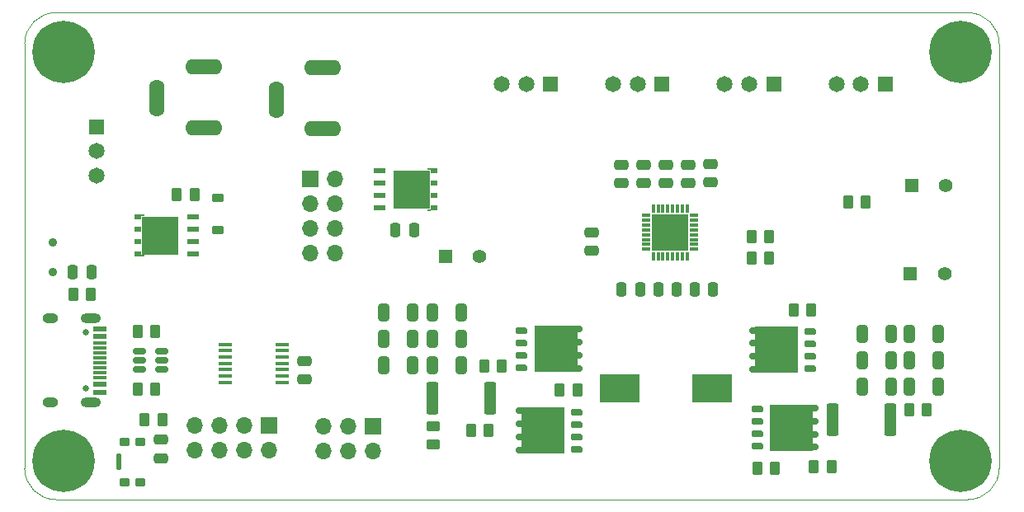
<source format=gts>
G04 #@! TF.GenerationSoftware,KiCad,Pcbnew,8.0.6*
G04 #@! TF.CreationDate,2026-01-05T17:20:55-08:00*
G04 #@! TF.ProjectId,USBPD_Board,55534250-445f-4426-9f61-72642e6b6963,A*
G04 #@! TF.SameCoordinates,Original*
G04 #@! TF.FileFunction,Soldermask,Top*
G04 #@! TF.FilePolarity,Negative*
%FSLAX46Y46*%
G04 Gerber Fmt 4.6, Leading zero omitted, Abs format (unit mm)*
G04 Created by KiCad (PCBNEW 8.0.6) date 2026-01-05 17:20:55*
%MOMM*%
%LPD*%
G01*
G04 APERTURE LIST*
G04 Aperture macros list*
%AMRoundRect*
0 Rectangle with rounded corners*
0 $1 Rounding radius*
0 $2 $3 $4 $5 $6 $7 $8 $9 X,Y pos of 4 corners*
0 Add a 4 corners polygon primitive as box body*
4,1,4,$2,$3,$4,$5,$6,$7,$8,$9,$2,$3,0*
0 Add four circle primitives for the rounded corners*
1,1,$1+$1,$2,$3*
1,1,$1+$1,$4,$5*
1,1,$1+$1,$6,$7*
1,1,$1+$1,$8,$9*
0 Add four rect primitives between the rounded corners*
20,1,$1+$1,$2,$3,$4,$5,0*
20,1,$1+$1,$4,$5,$6,$7,0*
20,1,$1+$1,$6,$7,$8,$9,0*
20,1,$1+$1,$8,$9,$2,$3,0*%
G04 Aperture macros list end*
%ADD10R,0.850000X0.300000*%
%ADD11R,0.300000X0.850000*%
%ADD12R,3.700000X3.700000*%
%ADD13RoundRect,0.250000X0.475000X-0.250000X0.475000X0.250000X-0.475000X0.250000X-0.475000X-0.250000X0*%
%ADD14RoundRect,0.102000X-0.600000X-0.600000X0.600000X-0.600000X0.600000X0.600000X-0.600000X0.600000X0*%
%ADD15C,1.404000*%
%ADD16R,1.650000X1.650000*%
%ADD17C,1.650000*%
%ADD18RoundRect,0.250000X0.325000X0.650000X-0.325000X0.650000X-0.325000X-0.650000X0.325000X-0.650000X0*%
%ADD19RoundRect,0.250000X0.262500X0.450000X-0.262500X0.450000X-0.262500X-0.450000X0.262500X-0.450000X0*%
%ADD20RoundRect,0.250000X-0.325000X-0.650000X0.325000X-0.650000X0.325000X0.650000X-0.325000X0.650000X0*%
%ADD21R,1.270000X0.610000*%
%ADD22R,3.810000X3.910000*%
%ADD23R,0.310000X0.255000*%
%ADD24R,0.710000X0.610000*%
%ADD25RoundRect,0.250000X-0.262500X-0.450000X0.262500X-0.450000X0.262500X0.450000X-0.262500X0.450000X0*%
%ADD26RoundRect,0.225000X0.375000X-0.225000X0.375000X0.225000X-0.375000X0.225000X-0.375000X-0.225000X0*%
%ADD27R,1.475000X0.450000*%
%ADD28R,4.100000X3.000000*%
%ADD29R,1.700000X1.700000*%
%ADD30O,1.700000X1.700000*%
%ADD31C,6.400000*%
%ADD32RoundRect,0.250000X0.250000X0.475000X-0.250000X0.475000X-0.250000X-0.475000X0.250000X-0.475000X0*%
%ADD33RoundRect,0.162500X0.437500X0.162500X-0.437500X0.162500X-0.437500X-0.162500X0.437500X-0.162500X0*%
%ADD34R,4.500000X4.700000*%
%ADD35RoundRect,0.175000X0.325000X0.175000X-0.325000X0.175000X-0.325000X-0.175000X0.325000X-0.175000X0*%
%ADD36RoundRect,0.150000X0.512500X0.150000X-0.512500X0.150000X-0.512500X-0.150000X0.512500X-0.150000X0*%
%ADD37RoundRect,0.225000X0.275000X-0.225000X0.275000X0.225000X-0.275000X0.225000X-0.275000X-0.225000X0*%
%ADD38RoundRect,0.137500X0.137500X-0.712500X0.137500X0.712500X-0.137500X0.712500X-0.137500X-0.712500X0*%
%ADD39RoundRect,0.250000X-0.362500X-1.425000X0.362500X-1.425000X0.362500X1.425000X-0.362500X1.425000X0*%
%ADD40RoundRect,0.250000X-0.450000X0.262500X-0.450000X-0.262500X0.450000X-0.262500X0.450000X0.262500X0*%
%ADD41RoundRect,0.250000X-0.250000X-0.475000X0.250000X-0.475000X0.250000X0.475000X-0.250000X0.475000X0*%
%ADD42O,3.804000X1.604000*%
%ADD43O,1.604000X3.804000*%
%ADD44RoundRect,0.162500X-0.437500X-0.162500X0.437500X-0.162500X0.437500X0.162500X-0.437500X0.162500X0*%
%ADD45RoundRect,0.175000X-0.325000X-0.175000X0.325000X-0.175000X0.325000X0.175000X-0.325000X0.175000X0*%
%ADD46C,0.650000*%
%ADD47R,1.450000X0.600000*%
%ADD48R,1.450000X0.300000*%
%ADD49O,2.100000X1.000000*%
%ADD50O,1.600000X1.000000*%
%ADD51RoundRect,0.250000X-0.475000X0.250000X-0.475000X-0.250000X0.475000X-0.250000X0.475000X0.250000X0*%
%ADD52C,0.900000*%
G04 #@! TA.AperFunction,Profile*
%ADD53C,0.050000*%
G04 #@! TD*
G04 APERTURE END LIST*
D10*
X168700000Y-94300000D03*
X168700000Y-93800000D03*
X168700000Y-93300000D03*
X168700000Y-92800000D03*
X168700000Y-92300000D03*
X168700000Y-91800000D03*
X168700000Y-91300000D03*
X168700000Y-90800000D03*
D11*
X168000000Y-90100000D03*
X167500000Y-90100000D03*
X167000000Y-90100000D03*
X166500000Y-90100000D03*
X166000000Y-90100000D03*
X165500000Y-90100000D03*
X165000000Y-90100000D03*
X164500000Y-90100000D03*
D10*
X163800000Y-90800000D03*
X163800000Y-91300000D03*
X163800000Y-91800000D03*
X163800000Y-92300000D03*
X163800000Y-92800000D03*
X163800000Y-93300000D03*
X163800000Y-93800000D03*
X163800000Y-94300000D03*
D11*
X164500000Y-95000000D03*
X165000000Y-95000000D03*
X165500000Y-95000000D03*
X166000000Y-95000000D03*
X166500000Y-95000000D03*
X167000000Y-95000000D03*
X167500000Y-95000000D03*
X168000000Y-95000000D03*
D12*
X166250000Y-92550000D03*
D13*
X161200000Y-87500000D03*
X161200000Y-85600000D03*
D14*
X190987500Y-87762500D03*
D15*
X194487500Y-87762500D03*
D13*
X168100000Y-87500000D03*
X168100000Y-85600000D03*
D16*
X165400000Y-77350000D03*
D17*
X162900000Y-77350000D03*
X160400000Y-77350000D03*
D18*
X188875000Y-103000000D03*
X185925000Y-103000000D03*
D19*
X147612500Y-112900000D03*
X145787500Y-112900000D03*
D13*
X163500000Y-87500000D03*
X163500000Y-85600000D03*
D20*
X141825000Y-100800000D03*
X144775000Y-100800000D03*
D21*
X117270000Y-94805000D03*
X117270000Y-93535000D03*
X117270000Y-92265000D03*
X117270000Y-90995000D03*
D22*
X113910000Y-92900000D03*
D23*
X112160000Y-94983000D03*
X112160000Y-90817000D03*
D24*
X111650000Y-94805000D03*
X111650000Y-93535000D03*
X111650000Y-92265000D03*
X111650000Y-90995000D03*
D14*
X190887500Y-96800000D03*
D15*
X194387500Y-96800000D03*
D25*
X180987500Y-116600000D03*
X182812500Y-116600000D03*
D26*
X119800000Y-92350000D03*
X119800000Y-89050000D03*
D19*
X148962500Y-106300000D03*
X147137500Y-106300000D03*
D20*
X190800000Y-103000000D03*
X193750000Y-103000000D03*
D16*
X153950000Y-77350000D03*
D17*
X151450000Y-77350000D03*
X148950000Y-77350000D03*
D13*
X165800000Y-87500000D03*
X165800000Y-85600000D03*
D19*
X156700000Y-108720000D03*
X154875000Y-108720000D03*
D20*
X190800000Y-108400000D03*
X193750000Y-108400000D03*
D27*
X126438000Y-107950000D03*
X126438000Y-107300000D03*
X126438000Y-106650000D03*
X126438000Y-106000000D03*
X126438000Y-105350000D03*
X126438000Y-104700000D03*
X126438000Y-104050000D03*
X120562000Y-104050000D03*
X120562000Y-104700000D03*
X120562000Y-105350000D03*
X120562000Y-106000000D03*
X120562000Y-106650000D03*
X120562000Y-107300000D03*
X120562000Y-107950000D03*
D25*
X174587500Y-93000000D03*
X176412500Y-93000000D03*
D13*
X128700000Y-107650000D03*
X128700000Y-105750000D03*
D25*
X111587500Y-108700000D03*
X113412500Y-108700000D03*
D28*
X161050000Y-108600000D03*
X170550000Y-108600000D03*
D18*
X188875000Y-108400000D03*
X185925000Y-108400000D03*
D25*
X184487500Y-89400000D03*
X186312500Y-89400000D03*
D29*
X129325000Y-87100000D03*
D30*
X131865000Y-87100000D03*
X129325000Y-89640000D03*
X131865000Y-89640000D03*
X129325000Y-92180000D03*
X131865000Y-92180000D03*
X129325000Y-94720000D03*
X131865000Y-94720000D03*
D16*
X107350000Y-81700000D03*
D17*
X107350000Y-84200000D03*
X107350000Y-86700000D03*
D31*
X196000000Y-74000000D03*
D19*
X114112500Y-111800000D03*
X112287500Y-111800000D03*
D31*
X104000000Y-74000000D03*
D20*
X190800000Y-105700000D03*
X193750000Y-105700000D03*
D21*
X136400000Y-86260000D03*
X136400000Y-87530000D03*
X136400000Y-88800000D03*
X136400000Y-90070000D03*
D22*
X139760000Y-88165000D03*
D23*
X141510000Y-86082000D03*
X141510000Y-90248000D03*
D24*
X142020000Y-86260000D03*
X142020000Y-87530000D03*
X142020000Y-88800000D03*
X142020000Y-90070000D03*
D19*
X106812500Y-98900000D03*
X104987500Y-98900000D03*
D32*
X139950000Y-92300000D03*
X138050000Y-92300000D03*
D16*
X176850000Y-77350000D03*
D17*
X174350000Y-77350000D03*
X171850000Y-77350000D03*
D33*
X156650000Y-114800000D03*
X156650000Y-113530000D03*
X156650000Y-112260000D03*
X156650000Y-110990000D03*
D34*
X153150000Y-112895000D03*
D35*
X150900000Y-114890000D03*
X150900000Y-113560000D03*
X150900000Y-112230000D03*
X150900000Y-110900000D03*
D36*
X114037500Y-106650000D03*
X114037500Y-105700000D03*
X114037500Y-104750000D03*
X111762500Y-104750000D03*
X111762500Y-105700000D03*
X111762500Y-106650000D03*
D13*
X114000000Y-115750000D03*
X114000000Y-113850000D03*
D18*
X139800000Y-106200000D03*
X136850000Y-106200000D03*
D20*
X141850000Y-106200000D03*
X144800000Y-106200000D03*
D29*
X125040000Y-112360000D03*
D30*
X125040000Y-114900000D03*
X122500000Y-112360000D03*
X122500000Y-114900000D03*
X119960000Y-112360000D03*
X119960000Y-114900000D03*
X117420000Y-112360000D03*
X117420000Y-114900000D03*
D37*
X110300000Y-114100000D03*
X111900000Y-114100000D03*
X111900000Y-118200000D03*
X110300000Y-118200000D03*
D38*
X109650000Y-116150000D03*
D18*
X139800000Y-103500000D03*
X136850000Y-103500000D03*
D16*
X188300000Y-77350000D03*
D17*
X185800000Y-77350000D03*
X183300000Y-77350000D03*
D32*
X106850000Y-96600000D03*
X104950000Y-96600000D03*
D39*
X182900000Y-111800000D03*
X188825000Y-111800000D03*
D33*
X180650000Y-106530000D03*
X180650000Y-105260000D03*
X180650000Y-103990000D03*
X180650000Y-102720000D03*
D34*
X177150000Y-104625000D03*
D35*
X174900000Y-106620000D03*
X174900000Y-105290000D03*
X174900000Y-103960000D03*
X174900000Y-102630000D03*
D32*
X166900000Y-98400000D03*
X165000000Y-98400000D03*
D20*
X141850000Y-103500000D03*
X144800000Y-103500000D03*
D25*
X115587500Y-88700000D03*
X117412500Y-88700000D03*
D31*
X104000000Y-116000000D03*
D40*
X141900000Y-112487500D03*
X141900000Y-114312500D03*
D25*
X111587500Y-102700000D03*
X113412500Y-102700000D03*
D41*
X168750000Y-98400000D03*
X170650000Y-98400000D03*
D19*
X180712500Y-100500000D03*
X178887500Y-100500000D03*
D13*
X170400000Y-87450000D03*
X170400000Y-85550000D03*
D14*
X143200000Y-95000000D03*
D15*
X146700000Y-95000000D03*
D31*
X196000000Y-116000000D03*
D42*
X118400000Y-81812500D03*
X118400000Y-75562500D03*
D43*
X113600000Y-78812500D03*
D18*
X188875000Y-105700000D03*
X185925000Y-105700000D03*
D39*
X141837500Y-109600000D03*
X147762500Y-109600000D03*
D32*
X163150000Y-98400000D03*
X161250000Y-98400000D03*
D18*
X139800000Y-100800000D03*
X136850000Y-100800000D03*
D42*
X130600000Y-81912500D03*
X130600000Y-75662500D03*
D43*
X125800000Y-78912500D03*
D44*
X175200000Y-110730000D03*
X175200000Y-112000000D03*
X175200000Y-113270000D03*
X175200000Y-114540000D03*
D34*
X178700000Y-112635000D03*
D45*
X180950000Y-110640000D03*
X180950000Y-111970000D03*
X180950000Y-113300000D03*
X180950000Y-114630000D03*
D46*
X106250000Y-102820000D03*
X106250000Y-108600000D03*
D47*
X107695000Y-102460000D03*
X107695000Y-103260000D03*
D48*
X107695000Y-104460000D03*
X107695000Y-105460000D03*
X107695000Y-105960000D03*
X107695000Y-106960000D03*
D47*
X107695000Y-108160000D03*
X107695000Y-108960000D03*
X107695000Y-108960000D03*
X107695000Y-108160000D03*
D48*
X107695000Y-107460000D03*
X107695000Y-106460000D03*
X107695000Y-104960000D03*
X107695000Y-103960000D03*
D47*
X107695000Y-103260000D03*
X107695000Y-102460000D03*
D49*
X106780000Y-101390000D03*
D50*
X102600000Y-101390000D03*
D49*
X106780000Y-110030000D03*
D50*
X102600000Y-110030000D03*
D29*
X135725000Y-112450000D03*
D30*
X135725000Y-114990000D03*
X133185000Y-112450000D03*
X133185000Y-114990000D03*
X130645000Y-112450000D03*
X130645000Y-114990000D03*
D44*
X151000000Y-102610000D03*
X151000000Y-103880000D03*
X151000000Y-105150000D03*
X151000000Y-106420000D03*
D34*
X154500000Y-104515000D03*
D45*
X156750000Y-102520000D03*
X156750000Y-103850000D03*
X156750000Y-105180000D03*
X156750000Y-106510000D03*
D19*
X176412500Y-95200000D03*
X174587500Y-95200000D03*
D25*
X175162500Y-116800000D03*
X176987500Y-116800000D03*
X190762500Y-110800000D03*
X192587500Y-110800000D03*
D51*
X158200000Y-92550000D03*
X158200000Y-94450000D03*
D52*
X102900000Y-93600000D03*
X102900000Y-96600000D03*
D53*
X200000000Y-73200000D02*
X200000000Y-116800000D01*
X100000000Y-73200000D02*
X100000000Y-116800000D01*
X196800000Y-70000000D02*
X103200000Y-70000000D01*
X196800000Y-70000000D02*
G75*
G02*
X200000000Y-73200000I-100J-3200100D01*
G01*
X200000000Y-116800000D02*
G75*
G02*
X196800000Y-120000000I-3200000J0D01*
G01*
X100000000Y-73200000D02*
G75*
G02*
X103200000Y-70000000I3200000J0D01*
G01*
X103200000Y-120000000D02*
G75*
G02*
X100000000Y-116800000I0J3200000D01*
G01*
X103200000Y-120000000D02*
X196800000Y-120000000D01*
M02*

</source>
